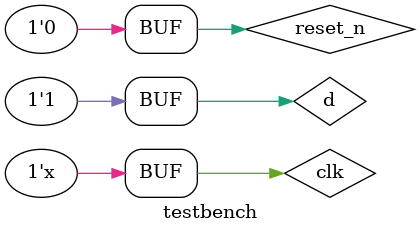
<source format=v>
`timescale 1ns / 1ps


module testbench;

	// Inputs
	reg reset_n;
	reg clk;
	reg d;

	// Outputs
	wire q;
	wire q_n;

	// Instantiate the Unit Under Test (UUT)
	Top uut (
		.reset_n(reset_n), 
		.clk(clk), 
		.d(d), 
		.q(q), 
		.q_n(q_n)
	);

	initial begin
		// Initialize Inputs
		reset_n = 0;
		clk = 0;
		d = 0;

		// Wait 100 ns for global reset to finish
		#100;
		
		reset_n = 1;
		d = 0;
		#100;
		
	   reset_n = 0;
		d = 1;
		#100;

        
		// Add stimulus here

	end
	always
	 begin 
	   clk = ~clk; 
	   #10;
	 end
      
endmodule


</source>
